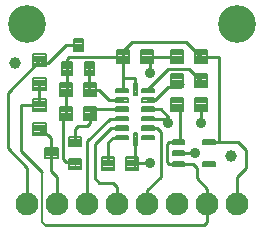
<source format=gbr>
G04 EAGLE Gerber RS-274X export*
G75*
%MOMM*%
%FSLAX34Y34*%
%LPD*%
%INTop Copper*%
%IPPOS*%
%AMOC8*
5,1,8,0,0,1.08239X$1,22.5*%
G01*
%ADD10C,0.205000*%
%ADD11C,3.200000*%
%ADD12C,1.000000*%
%ADD13C,0.204000*%
%ADD14C,0.200000*%
%ADD15C,0.203500*%
%ADD16C,1.930400*%
%ADD17C,0.908000*%
%ADD18C,0.254000*%
%ADD19C,0.203200*%


D10*
X100865Y80125D02*
X100865Y83075D01*
X110815Y83075D01*
X110815Y80125D01*
X100865Y80125D01*
X100865Y82072D02*
X110815Y82072D01*
X100865Y88125D02*
X100865Y91075D01*
X110815Y91075D01*
X110815Y88125D01*
X100865Y88125D01*
X100865Y90072D02*
X110815Y90072D01*
X100865Y96125D02*
X100865Y99075D01*
X110815Y99075D01*
X110815Y96125D01*
X100865Y96125D01*
X100865Y98072D02*
X110815Y98072D01*
X100865Y104125D02*
X100865Y107075D01*
X110815Y107075D01*
X110815Y104125D01*
X100865Y104125D01*
X100865Y106072D02*
X110815Y106072D01*
X100865Y112125D02*
X100865Y115075D01*
X110815Y115075D01*
X110815Y112125D01*
X100865Y112125D01*
X100865Y114072D02*
X110815Y114072D01*
X110815Y120125D02*
X110815Y123075D01*
X110815Y120125D02*
X100865Y120125D01*
X100865Y123075D01*
X110815Y123075D01*
X110815Y122072D02*
X100865Y122072D01*
X115365Y127575D02*
X118315Y127575D01*
X118315Y117625D01*
X115365Y117625D01*
X115365Y127575D01*
X115365Y119572D02*
X118315Y119572D01*
X118315Y121519D02*
X115365Y121519D01*
X115365Y123466D02*
X118315Y123466D01*
X118315Y125413D02*
X115365Y125413D01*
X115365Y127360D02*
X118315Y127360D01*
X132815Y123075D02*
X132815Y120125D01*
X122865Y120125D01*
X122865Y123075D01*
X132815Y123075D01*
X132815Y122072D02*
X122865Y122072D01*
X132815Y115075D02*
X132815Y112125D01*
X122865Y112125D01*
X122865Y115075D01*
X132815Y115075D01*
X132815Y114072D02*
X122865Y114072D01*
X132815Y107075D02*
X132815Y104125D01*
X122865Y104125D01*
X122865Y107075D01*
X132815Y107075D01*
X132815Y106072D02*
X122865Y106072D01*
X132815Y99075D02*
X132815Y96125D01*
X122865Y96125D01*
X122865Y99075D01*
X132815Y99075D01*
X132815Y98072D02*
X122865Y98072D01*
X122865Y91075D02*
X122865Y88125D01*
X122865Y91075D02*
X132815Y91075D01*
X132815Y88125D01*
X122865Y88125D01*
X122865Y90072D02*
X132815Y90072D01*
X122865Y83075D02*
X122865Y80125D01*
X122865Y83075D02*
X132815Y83075D01*
X132815Y80125D01*
X122865Y80125D01*
X122865Y82072D02*
X132815Y82072D01*
X118315Y75625D02*
X115365Y75625D01*
X115365Y85575D01*
X118315Y85575D01*
X118315Y75625D01*
X118315Y77572D02*
X115365Y77572D01*
X115365Y79519D02*
X118315Y79519D01*
X118315Y81466D02*
X115365Y81466D01*
X115365Y83413D02*
X118315Y83413D01*
X118315Y85360D02*
X115365Y85360D01*
D11*
X25400Y177800D03*
X203200Y177800D03*
D12*
X15240Y144780D03*
X198120Y66040D03*
D13*
X83720Y127400D02*
X73760Y127400D01*
X83720Y127400D02*
X83720Y116440D01*
X73760Y116440D01*
X73760Y127400D01*
X73760Y118378D02*
X83720Y118378D01*
X83720Y120316D02*
X73760Y120316D01*
X73760Y122254D02*
X83720Y122254D01*
X83720Y124192D02*
X73760Y124192D01*
X73760Y126130D02*
X83720Y126130D01*
X63400Y127400D02*
X53440Y127400D01*
X63400Y127400D02*
X63400Y116440D01*
X53440Y116440D01*
X53440Y127400D01*
X53440Y118378D02*
X63400Y118378D01*
X63400Y120316D02*
X53440Y120316D01*
X53440Y122254D02*
X63400Y122254D01*
X63400Y124192D02*
X53440Y124192D01*
X53440Y126130D02*
X63400Y126130D01*
X73760Y107080D02*
X83720Y107080D01*
X83720Y96120D01*
X73760Y96120D01*
X73760Y107080D01*
X73760Y98058D02*
X83720Y98058D01*
X83720Y99996D02*
X73760Y99996D01*
X73760Y101934D02*
X83720Y101934D01*
X83720Y103872D02*
X73760Y103872D01*
X73760Y105810D02*
X83720Y105810D01*
X63400Y107080D02*
X53440Y107080D01*
X63400Y107080D02*
X63400Y96120D01*
X53440Y96120D01*
X53440Y107080D01*
X53440Y98058D02*
X63400Y98058D01*
X63400Y99996D02*
X53440Y99996D01*
X53440Y101934D02*
X63400Y101934D01*
X63400Y103872D02*
X53440Y103872D01*
X53440Y105810D02*
X63400Y105810D01*
X167740Y155340D02*
X177700Y155340D01*
X177700Y144380D01*
X167740Y144380D01*
X167740Y155340D01*
X167740Y146318D02*
X177700Y146318D01*
X177700Y148256D02*
X167740Y148256D01*
X167740Y150194D02*
X177700Y150194D01*
X177700Y152132D02*
X167740Y152132D01*
X167740Y154070D02*
X177700Y154070D01*
X157380Y155340D02*
X147420Y155340D01*
X157380Y155340D02*
X157380Y144380D01*
X147420Y144380D01*
X147420Y155340D01*
X147420Y146318D02*
X157380Y146318D01*
X157380Y148256D02*
X147420Y148256D01*
X147420Y150194D02*
X157380Y150194D01*
X157380Y152132D02*
X147420Y152132D01*
X147420Y154070D02*
X157380Y154070D01*
X111660Y144380D02*
X101700Y144380D01*
X101700Y155340D01*
X111660Y155340D01*
X111660Y144380D01*
X111660Y146318D02*
X101700Y146318D01*
X101700Y148256D02*
X111660Y148256D01*
X111660Y150194D02*
X101700Y150194D01*
X101700Y152132D02*
X111660Y152132D01*
X111660Y154070D02*
X101700Y154070D01*
X122020Y144380D02*
X131980Y144380D01*
X122020Y144380D02*
X122020Y155340D01*
X131980Y155340D01*
X131980Y144380D01*
X131980Y146318D02*
X122020Y146318D01*
X122020Y148256D02*
X131980Y148256D01*
X131980Y150194D02*
X122020Y150194D01*
X122020Y152132D02*
X131980Y152132D01*
X131980Y154070D02*
X122020Y154070D01*
X119280Y65170D02*
X109320Y65170D01*
X119280Y65170D02*
X119280Y54210D01*
X109320Y54210D01*
X109320Y65170D01*
X109320Y56148D02*
X119280Y56148D01*
X119280Y58086D02*
X109320Y58086D01*
X109320Y60024D02*
X119280Y60024D01*
X119280Y61962D02*
X109320Y61962D01*
X109320Y63900D02*
X119280Y63900D01*
X98960Y65170D02*
X89000Y65170D01*
X98960Y65170D02*
X98960Y54210D01*
X89000Y54210D01*
X89000Y65170D01*
X89000Y56148D02*
X98960Y56148D01*
X98960Y58086D02*
X89000Y58086D01*
X89000Y60024D02*
X98960Y60024D01*
X98960Y61962D02*
X89000Y61962D01*
X89000Y63900D02*
X98960Y63900D01*
X147420Y124060D02*
X157380Y124060D01*
X147420Y124060D02*
X147420Y135020D01*
X157380Y135020D01*
X157380Y124060D01*
X157380Y125998D02*
X147420Y125998D01*
X147420Y127936D02*
X157380Y127936D01*
X157380Y129874D02*
X147420Y129874D01*
X147420Y131812D02*
X157380Y131812D01*
X157380Y133750D02*
X147420Y133750D01*
X167740Y124060D02*
X177700Y124060D01*
X167740Y124060D02*
X167740Y135020D01*
X177700Y135020D01*
X177700Y124060D01*
X177700Y125998D02*
X167740Y125998D01*
X167740Y127936D02*
X177700Y127936D01*
X177700Y129874D02*
X167740Y129874D01*
X167740Y131812D02*
X177700Y131812D01*
X177700Y133750D02*
X167740Y133750D01*
D14*
X51230Y72580D02*
X51230Y64580D01*
X40530Y64580D01*
X40530Y72580D01*
X51230Y72580D01*
X51230Y66480D02*
X40530Y66480D01*
X40530Y68380D02*
X51230Y68380D01*
X51230Y70280D02*
X40530Y70280D01*
X40530Y72180D02*
X51230Y72180D01*
X71230Y74080D02*
X71230Y82080D01*
X71230Y74080D02*
X60530Y74080D01*
X60530Y82080D01*
X71230Y82080D01*
X71230Y75980D02*
X60530Y75980D01*
X60530Y77880D02*
X71230Y77880D01*
X71230Y79780D02*
X60530Y79780D01*
X60530Y81680D02*
X71230Y81680D01*
X71230Y63080D02*
X71230Y55080D01*
X60530Y55080D01*
X60530Y63080D01*
X71230Y63080D01*
X71230Y56980D02*
X60530Y56980D01*
X60530Y58880D02*
X71230Y58880D01*
X71230Y60780D02*
X60530Y60780D01*
X60530Y62680D02*
X71230Y62680D01*
X72580Y154510D02*
X64580Y154510D01*
X64580Y165210D01*
X72580Y165210D01*
X72580Y154510D01*
X72580Y156410D02*
X64580Y156410D01*
X64580Y158310D02*
X72580Y158310D01*
X72580Y160210D02*
X64580Y160210D01*
X64580Y162110D02*
X72580Y162110D01*
X72580Y164010D02*
X64580Y164010D01*
X74080Y134510D02*
X82080Y134510D01*
X74080Y134510D02*
X74080Y145210D01*
X82080Y145210D01*
X82080Y134510D01*
X82080Y136410D02*
X74080Y136410D01*
X74080Y138310D02*
X82080Y138310D01*
X82080Y140210D02*
X74080Y140210D01*
X74080Y142110D02*
X82080Y142110D01*
X82080Y144010D02*
X74080Y144010D01*
X63080Y134510D02*
X55080Y134510D01*
X55080Y145210D01*
X63080Y145210D01*
X63080Y134510D01*
X63080Y136410D02*
X55080Y136410D01*
X55080Y138310D02*
X63080Y138310D01*
X63080Y140210D02*
X55080Y140210D01*
X55080Y142110D02*
X63080Y142110D01*
X63080Y144010D02*
X55080Y144010D01*
D13*
X41040Y93880D02*
X41040Y83920D01*
X30080Y83920D01*
X30080Y93880D01*
X41040Y93880D01*
X41040Y85858D02*
X30080Y85858D01*
X30080Y87796D02*
X41040Y87796D01*
X41040Y89734D02*
X30080Y89734D01*
X30080Y91672D02*
X41040Y91672D01*
X41040Y93610D02*
X30080Y93610D01*
X41040Y104240D02*
X41040Y114200D01*
X41040Y104240D02*
X30080Y104240D01*
X30080Y114200D01*
X41040Y114200D01*
X41040Y106178D02*
X30080Y106178D01*
X30080Y108116D02*
X41040Y108116D01*
X41040Y110054D02*
X30080Y110054D01*
X30080Y111992D02*
X41040Y111992D01*
X41040Y113930D02*
X30080Y113930D01*
X30080Y142340D02*
X30080Y152300D01*
X41040Y152300D01*
X41040Y142340D01*
X30080Y142340D01*
X30080Y144278D02*
X41040Y144278D01*
X41040Y146216D02*
X30080Y146216D01*
X30080Y148154D02*
X41040Y148154D01*
X41040Y150092D02*
X30080Y150092D01*
X30080Y152030D02*
X41040Y152030D01*
X30080Y131980D02*
X30080Y122020D01*
X30080Y131980D02*
X41040Y131980D01*
X41040Y122020D01*
X30080Y122020D01*
X30080Y123958D02*
X41040Y123958D01*
X41040Y125896D02*
X30080Y125896D01*
X30080Y127834D02*
X41040Y127834D01*
X41040Y129772D02*
X30080Y129772D01*
X30080Y131710D02*
X41040Y131710D01*
D15*
X148386Y79813D02*
X148386Y76347D01*
X148386Y79813D02*
X158352Y79813D01*
X158352Y76347D01*
X148386Y76347D01*
X148386Y78280D02*
X158352Y78280D01*
X148386Y70313D02*
X148386Y66847D01*
X148386Y70313D02*
X158352Y70313D01*
X158352Y66847D01*
X148386Y66847D01*
X148386Y68780D02*
X158352Y68780D01*
X148386Y60813D02*
X148386Y57347D01*
X148386Y60813D02*
X158352Y60813D01*
X158352Y57347D01*
X148386Y57347D01*
X148386Y59280D02*
X158352Y59280D01*
X174388Y60813D02*
X174388Y57347D01*
X174388Y60813D02*
X184354Y60813D01*
X184354Y57347D01*
X174388Y57347D01*
X174388Y59280D02*
X184354Y59280D01*
X174388Y76347D02*
X174388Y79813D01*
X184354Y79813D01*
X184354Y76347D01*
X174388Y76347D01*
X174388Y78280D02*
X184354Y78280D01*
D13*
X157380Y103740D02*
X147420Y103740D01*
X147420Y114700D01*
X157380Y114700D01*
X157380Y103740D01*
X157380Y105678D02*
X147420Y105678D01*
X147420Y107616D02*
X157380Y107616D01*
X157380Y109554D02*
X147420Y109554D01*
X147420Y111492D02*
X157380Y111492D01*
X157380Y113430D02*
X147420Y113430D01*
X167740Y103740D02*
X177700Y103740D01*
X167740Y103740D02*
X167740Y114700D01*
X177700Y114700D01*
X177700Y103740D01*
X177700Y105678D02*
X167740Y105678D01*
X167740Y107616D02*
X177700Y107616D01*
X177700Y109554D02*
X167740Y109554D01*
X167740Y111492D02*
X177700Y111492D01*
X177700Y113430D02*
X167740Y113430D01*
D16*
X25400Y25400D03*
X50800Y25400D03*
X76200Y25400D03*
X101600Y25400D03*
X127000Y25400D03*
X152400Y25400D03*
X177800Y25400D03*
X203200Y25400D03*
D17*
X129540Y59690D03*
X167640Y68580D03*
D18*
X153369Y68580D01*
D17*
X172720Y93980D03*
D18*
X172720Y109220D01*
D17*
X129540Y135890D03*
D18*
X129540Y59690D02*
X114300Y59690D01*
X116840Y58420D02*
X116840Y80600D01*
X114300Y59690D02*
X116840Y58420D01*
X127840Y105600D02*
X138240Y105600D01*
X144780Y99060D01*
X144780Y93980D01*
D17*
X144780Y93980D03*
D18*
X140780Y97600D02*
X127840Y97600D01*
X140780Y97600D02*
X144780Y93980D01*
X129540Y149860D02*
X127000Y149860D01*
X129540Y149860D02*
X129540Y135890D01*
X127000Y149860D02*
X152400Y149860D01*
X106680Y149860D02*
X106680Y132080D01*
X106680Y122440D01*
X105840Y121600D01*
X116840Y122600D02*
X116840Y132080D01*
X106680Y132080D01*
X59080Y139860D02*
X59080Y122580D01*
X58420Y121920D01*
X58420Y101600D01*
X58420Y99060D01*
X55880Y99060D01*
X55880Y63500D01*
X58420Y60960D01*
X65220Y60960D01*
X65880Y59080D01*
X59080Y139860D02*
X59080Y147980D01*
X60960Y149860D01*
X203200Y48260D02*
X203200Y25400D01*
X203200Y48260D02*
X210820Y55880D01*
X210820Y71120D01*
X203860Y78080D01*
X187960Y78080D02*
X179371Y78080D01*
X187960Y78080D02*
X203860Y78080D01*
X187960Y78080D02*
X188167Y83813D01*
X106680Y149860D02*
X60960Y149860D01*
X172720Y149860D02*
X188167Y149860D01*
X188167Y83813D01*
X172720Y149860D02*
X160020Y162560D01*
X114300Y162560D01*
X106680Y154940D01*
X106680Y149860D01*
X105840Y81600D02*
X98110Y81600D01*
X93980Y77470D01*
X93980Y59690D01*
X127840Y113600D02*
X133920Y113600D01*
X144780Y124460D01*
X154940Y124460D01*
X157480Y127000D01*
X152400Y129540D01*
X127840Y122760D02*
X127840Y121600D01*
X127840Y122760D02*
X144780Y139700D01*
X162560Y139700D01*
X172720Y129540D01*
X105840Y105600D02*
X82360Y105600D01*
X78740Y101600D01*
X65880Y88740D02*
X65880Y78080D01*
X65880Y88740D02*
X68580Y91440D01*
X76200Y91440D01*
X78740Y93980D01*
X78740Y101600D01*
X78740Y121920D02*
X86360Y121920D01*
X78080Y122580D02*
X78080Y139860D01*
X78080Y122580D02*
X78740Y121920D01*
X94680Y113600D02*
X105840Y113600D01*
X94680Y113600D02*
X86360Y121920D01*
X45880Y81120D02*
X45880Y68580D01*
X45880Y81120D02*
X43180Y83820D01*
X35560Y88900D01*
X45880Y68580D02*
X45880Y53180D01*
X50800Y48260D01*
X50800Y25400D01*
X58260Y159860D02*
X68580Y159860D01*
X58260Y159860D02*
X43180Y144780D01*
X35560Y147320D01*
X35560Y146050D01*
X8890Y119380D01*
X8890Y72390D01*
X25400Y55880D01*
X25400Y25400D01*
X145390Y59080D02*
X153369Y59080D01*
X145390Y59080D02*
X143510Y60960D01*
X143510Y76200D01*
X145390Y78080D02*
X153369Y78080D01*
X145390Y78080D02*
X143510Y76200D01*
X35560Y109220D02*
X35560Y127000D01*
X153369Y59080D02*
X165710Y59080D01*
X168910Y55880D01*
X168910Y46990D01*
X177800Y38100D01*
X177800Y25400D01*
X35560Y109220D02*
X20320Y109220D01*
X20320Y69850D01*
D19*
X38100Y52070D02*
X38100Y10160D01*
X40640Y7620D01*
D18*
X175260Y7620D01*
X177800Y10160D01*
X177800Y25400D01*
X38100Y52070D02*
X20320Y69850D01*
X152400Y109220D02*
X154940Y106680D01*
X154940Y79651D01*
X153369Y78080D01*
X135190Y89600D02*
X127840Y89600D01*
X135190Y89600D02*
X138430Y86360D01*
X138430Y48260D01*
X127000Y36830D01*
X127000Y25400D01*
X105840Y97600D02*
X95060Y97600D01*
X76200Y78740D01*
X76200Y25400D01*
X95950Y89600D02*
X105840Y89600D01*
X95950Y89600D02*
X82550Y76200D01*
X82550Y46990D01*
X86360Y43180D01*
X97790Y43180D01*
X101600Y39370D01*
X101600Y25400D01*
M02*

</source>
